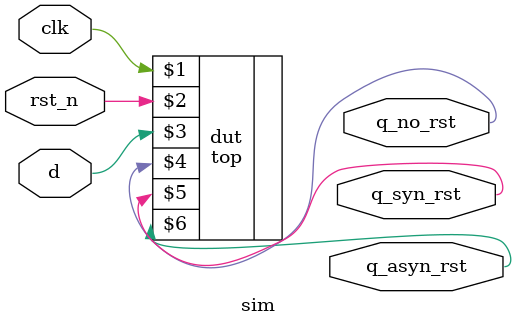
<source format=v>
module sim(clk,rst_n,d,q_no_rst,q_syn_rst,q_asyn_rst);
    input clk,rst_n,d;
    output reg q_no_rst,q_syn_rst,q_asyn_rst;
    top dut(clk,rst_n,d,q_no_rst,q_syn_rst,q_asyn_rst);
    initial 
        begin
            $dumpfile("sim.vcd");
            $dumpvars(0,sim);
            #1;
        end
endmodule
</source>
